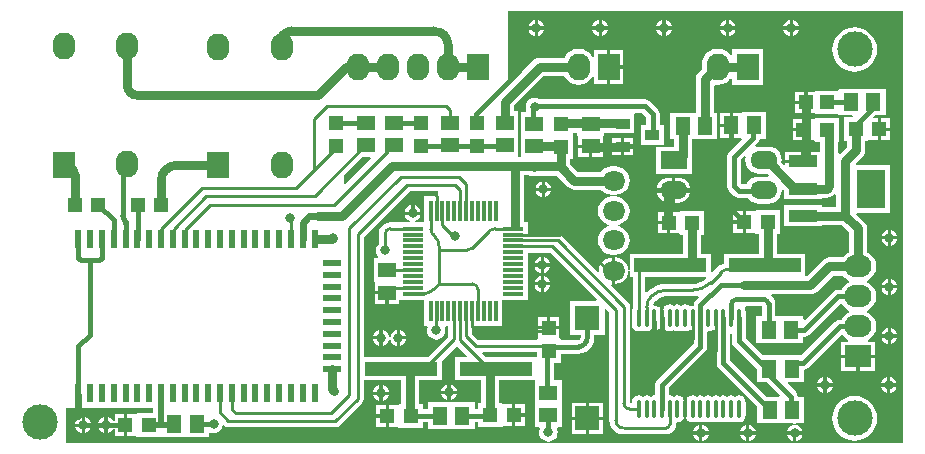
<source format=gtl>
G04 Layer_Physical_Order=1*
G04 Layer_Color=255*
%FSTAX24Y24*%
%MOIN*%
G70*
G01*
G75*
%ADD10C,0.0110*%
%ADD11C,0.0150*%
%ADD12C,0.0110*%
%ADD13C,0.0150*%
%ADD14C,0.0300*%
%ADD15R,0.0512X0.0591*%
%ADD16R,0.0472X0.0335*%
%ADD17R,0.0500X0.0500*%
%ADD18R,0.0500X0.0500*%
%ADD19R,0.0118X0.0669*%
%ADD20R,0.0669X0.0118*%
%ADD21R,0.0945X0.1299*%
%ADD22R,0.0945X0.0394*%
%ADD23O,0.0165X0.0590*%
%ADD24R,0.0591X0.0512*%
%ADD25R,0.0472X0.0472*%
%ADD26R,0.0846X0.0846*%
%ADD27R,0.0787X0.0787*%
%ADD28R,0.2400X0.0472*%
%ADD29R,0.0236X0.0630*%
%ADD30R,0.0630X0.0236*%
%ADD31C,0.0200*%
%ADD32C,0.0236*%
%ADD33O,0.0900X0.0750*%
%ADD34R,0.0900X0.0750*%
%ADD35O,0.0750X0.0900*%
%ADD36R,0.0750X0.0900*%
%ADD37O,0.0900X0.0600*%
%ADD38R,0.0900X0.0600*%
%ADD39O,0.0750X0.0650*%
%ADD40C,0.1181*%
%ADD41C,0.0315*%
G36*
X055458Y031041D02*
X027569D01*
Y032202D01*
X03048D01*
Y032042D01*
X029937D01*
Y03204D01*
X02991Y032002D01*
X029887Y032002D01*
X029605D01*
Y031642D01*
Y031282D01*
X029887D01*
X02991Y031282D01*
X029937Y031243D01*
Y031242D01*
X030723D01*
X030737Y031242D01*
Y031242D01*
X030772Y031246D01*
Y031246D01*
X032331D01*
Y031378D01*
X032373Y031406D01*
X032406Y031392D01*
X032486Y031382D01*
X032566Y031392D01*
X032641Y031423D01*
X032705Y031472D01*
X032754Y031537D01*
X032785Y031611D01*
X032787Y031625D01*
X032804Y031631D01*
X032839Y031637D01*
X032902Y031595D01*
X032982Y031579D01*
X032982Y031579D01*
X036547D01*
X036547Y031579D01*
X036627Y031595D01*
X036695Y031641D01*
X037435Y032381D01*
X037435Y032381D01*
X037481Y032449D01*
X037497Y032529D01*
Y033136D01*
X038731D01*
Y032344D01*
X038662D01*
Y032343D01*
X038635Y032304D01*
X038612Y032304D01*
X03833D01*
Y031944D01*
Y031584D01*
X038612D01*
X038635Y031584D01*
X038662Y031545D01*
Y031544D01*
X039462D01*
Y031733D01*
X039626D01*
Y031517D01*
X041186D01*
Y031733D01*
X041305D01*
Y031582D01*
X042105D01*
Y031583D01*
X042133Y031622D01*
X042155Y031622D01*
X042438D01*
Y031982D01*
Y032342D01*
X042155D01*
X042133Y032342D01*
X042105Y03238D01*
Y032382D01*
X042008D01*
Y033136D01*
X043149D01*
X043199Y033135D01*
X043199Y03311D01*
Y032324D01*
Y031932D01*
X043198Y031928D01*
Y031906D01*
X043199Y031903D01*
Y031576D01*
X043336D01*
X043369Y031525D01*
X043351Y031481D01*
X04334Y031401D01*
X043351Y031321D01*
X043382Y031246D01*
X043431Y031182D01*
X043495Y031132D01*
X04357Y031102D01*
X04365Y031091D01*
X04373Y031102D01*
X043805Y031132D01*
X043869Y031182D01*
X043919Y031246D01*
X04395Y031321D01*
X04396Y031401D01*
X04395Y031481D01*
X043931Y031525D01*
X043965Y031576D01*
X04409D01*
Y032324D01*
Y033135D01*
X043845D01*
Y033707D01*
X044057D01*
Y034022D01*
X04463D01*
Y034021D01*
X044772Y03404D01*
X044904Y034095D01*
X045017Y034182D01*
X045104Y034295D01*
X045159Y034427D01*
X045178Y034569D01*
X045177D01*
Y034638D01*
X045521D01*
Y035505D01*
X045567Y035524D01*
X045684Y035408D01*
Y031802D01*
X045684D01*
X0457Y03168D01*
X045738Y031586D01*
X045739Y031584D01*
X04574Y031582D01*
X045746Y031567D01*
X045756Y031554D01*
X045776Y031529D01*
X045784Y031516D01*
X045787Y031514D01*
X045821Y03147D01*
X045866Y031435D01*
X045868Y031433D01*
X04588Y031424D01*
X045906Y031405D01*
X045918Y031395D01*
X045933Y031389D01*
X045935Y031388D01*
X045938Y031387D01*
X046032Y031348D01*
X046153Y031332D01*
Y031332D01*
X047562D01*
X047579Y031336D01*
X047649Y031345D01*
X047731Y031379D01*
X047801Y031432D01*
X047855Y031502D01*
X047889Y031584D01*
X047898Y031655D01*
X047901Y031672D01*
Y031704D01*
X04794Y031736D01*
X047948Y031734D01*
X048039Y031752D01*
X048112Y031801D01*
X048129Y03179D01*
X048149Y031786D01*
Y031853D01*
X048168Y03188D01*
X048186Y031971D01*
Y032184D01*
Y032396D01*
X048168Y032487D01*
X048149Y032514D01*
Y032582D01*
X048129Y032578D01*
X048112Y032566D01*
X048039Y032615D01*
X047948Y032633D01*
X047858Y032615D01*
X04782Y032591D01*
X047783Y032615D01*
X047692Y032633D01*
X047666Y032655D01*
Y032886D01*
X048878Y034098D01*
X048928Y034172D01*
X048946Y03426D01*
Y034744D01*
X048972Y034766D01*
X049063Y034784D01*
X049136Y034833D01*
X049153Y034822D01*
X049228Y034807D01*
X049255Y034785D01*
Y033711D01*
X049272Y033623D01*
X049322Y033549D01*
X050614Y032256D01*
Y031701D01*
X051791D01*
X051829Y031674D01*
Y031674D01*
D01*
X051831Y031651D01*
X051829Y031651D01*
X051785Y031645D01*
X05172Y031618D01*
X051664Y031575D01*
X051621Y031519D01*
X051594Y031454D01*
X051592Y03144D01*
X052117D01*
X052115Y031454D01*
X052088Y031519D01*
X052045Y031575D01*
X051989Y031618D01*
X051924Y031645D01*
X05188Y031651D01*
X051878Y031651D01*
X051879Y031674D01*
X051918Y031701D01*
X052174D01*
Y032592D01*
X05196D01*
Y032597D01*
X051943Y032685D01*
X051893Y03276D01*
X051621Y033031D01*
X051641Y033078D01*
X052159D01*
Y033483D01*
X052235Y033498D01*
X052309Y033547D01*
X053397Y034635D01*
X053463Y034631D01*
X053519Y034559D01*
X053629Y034474D01*
X053644Y034468D01*
X053634Y034418D01*
X053408D01*
Y033988D01*
X053968D01*
X054528D01*
Y034418D01*
X054303D01*
X054293Y034468D01*
X054308Y034474D01*
X054418Y034559D01*
X054502Y034668D01*
X054555Y034796D01*
X054573Y034933D01*
X054555Y03507D01*
X054502Y035198D01*
X054418Y035307D01*
X054308Y035392D01*
X054268Y035408D01*
Y035458D01*
X054308Y035474D01*
X054418Y035559D01*
X054502Y035668D01*
X054555Y035796D01*
X054573Y035933D01*
X054555Y03607D01*
X054502Y036198D01*
X054418Y036307D01*
X054308Y036392D01*
X054268Y036408D01*
Y036458D01*
X054308Y036474D01*
X054418Y036559D01*
X054502Y036668D01*
X054555Y036796D01*
X054573Y036933D01*
X054555Y03707D01*
X054502Y037198D01*
X054418Y037307D01*
X054308Y037392D01*
X054271Y037407D01*
Y038199D01*
X054261Y038277D01*
X05423Y03835D01*
X054182Y038413D01*
X053914Y03868D01*
X053933Y038727D01*
X055039D01*
Y040326D01*
X053917D01*
X053898Y040372D01*
X054109Y040584D01*
X054157Y040646D01*
X054188Y040719D01*
X054198Y040798D01*
Y041106D01*
X05429D01*
Y041107D01*
X054318Y041146D01*
X054623D01*
Y041506D01*
Y041866D01*
X054501D01*
X054482Y041912D01*
X054537Y041967D01*
X054891D01*
Y042857D01*
X053331D01*
Y042833D01*
X053317Y042789D01*
X052545D01*
Y042749D01*
X052286D01*
Y042402D01*
Y042056D01*
X052545D01*
Y042016D01*
X053317D01*
X053331Y041972D01*
Y041967D01*
X053774D01*
X053801Y041917D01*
X053794Y041906D01*
X05349D01*
Y041106D01*
X053593D01*
Y040923D01*
X053364Y040694D01*
X053314Y040715D01*
Y041097D01*
X053336D01*
Y041897D01*
X052536D01*
Y041896D01*
X052509Y041857D01*
X052486Y041857D01*
X052204D01*
Y041497D01*
Y041137D01*
X052486D01*
X052509Y041137D01*
X052536Y041099D01*
Y041097D01*
X052709D01*
Y040739D01*
X052188D01*
Y040432D01*
X052133D01*
Y040377D01*
X05155D01*
Y040337D01*
X051504Y040318D01*
X051416Y040406D01*
X051425Y040477D01*
X05141Y040594D01*
X051364Y040704D01*
X051292Y040798D01*
X051198Y04087D01*
X051089Y040915D01*
X050971Y04093D01*
X050671D01*
X050572Y040917D01*
X050549Y040965D01*
X050623Y041039D01*
X050673Y041114D01*
X050687Y041185D01*
X050902D01*
Y042076D01*
X05009D01*
Y042036D01*
X049803D01*
Y041631D01*
Y041225D01*
X050066D01*
X05009Y041185D01*
X050073Y041138D01*
X049674Y040739D01*
X049625Y040665D01*
X049607Y040577D01*
Y039613D01*
X049625Y039525D01*
X049674Y039451D01*
X04983Y039296D01*
X049904Y039246D01*
X049992Y039229D01*
X050294D01*
X05035Y039156D01*
X050444Y039083D01*
X050554Y039038D01*
X050671Y039023D01*
X050971D01*
X051089Y039038D01*
X051198Y039083D01*
X051292Y039156D01*
X051364Y03925D01*
X05141Y039359D01*
X051424Y039471D01*
X051452Y03949D01*
X051469Y039498D01*
X05151Y039456D01*
Y039179D01*
X052755D01*
Y039224D01*
X052936D01*
X053014Y039234D01*
X053087Y039264D01*
X053149Y039312D01*
X053181Y039344D01*
X053231Y039323D01*
Y038923D01*
X052755D01*
Y038968D01*
X05151D01*
Y038274D01*
X052755D01*
Y038318D01*
X053421D01*
X053666Y038073D01*
Y037407D01*
X053629Y037392D01*
X053519Y037307D01*
X053464Y037236D01*
X053007D01*
X052929Y037225D01*
X052856Y037195D01*
X052793Y037147D01*
X052261Y036615D01*
X052211Y036618D01*
Y037357D01*
X051268D01*
Y038017D01*
X051366D01*
Y038817D01*
X050566D01*
Y038816D01*
X050538Y038777D01*
X050516Y038777D01*
X050233D01*
Y038417D01*
Y038057D01*
X050516D01*
X050538Y038057D01*
X050566Y038019D01*
Y038017D01*
X050663D01*
Y037357D01*
X049511D01*
Y03703D01*
X049502Y037029D01*
X049362Y03697D01*
X049241Y036878D01*
X049241Y036878D01*
X049207Y036842D01*
X049108Y036743D01*
X049061Y036762D01*
Y037357D01*
X048748D01*
Y037993D01*
X048845D01*
Y038793D01*
X048045D01*
Y038792D01*
X048018Y038753D01*
X047995Y038753D01*
X047713D01*
Y038393D01*
Y038033D01*
X047995D01*
X048018Y038033D01*
X048045Y037994D01*
Y037993D01*
X048143D01*
Y037357D01*
X046361D01*
Y036812D01*
X046311Y036809D01*
X046298Y036908D01*
X046254Y037014D01*
X046185Y037105D01*
X046094Y037175D01*
X045988Y037219D01*
X045879Y037233D01*
Y036795D01*
Y036357D01*
X045988Y036371D01*
X046094Y036415D01*
X046185Y036485D01*
X046254Y036575D01*
X046298Y036681D01*
X046311Y036781D01*
X046361Y036777D01*
Y036585D01*
X046464D01*
Y03554D01*
X046449Y035519D01*
X046431Y035428D01*
Y035003D01*
X046449Y034912D01*
X046501Y034835D01*
X046578Y034784D01*
X046669Y034766D01*
X046759Y034784D01*
X046797Y034809D01*
X046834Y034784D01*
X046925Y034766D01*
X047015Y034784D01*
X047089Y034833D01*
X047105Y034822D01*
X047126Y034818D01*
Y034885D01*
X047144Y034912D01*
X047162Y035003D01*
Y035216D01*
X047235D01*
Y034818D01*
X047256Y034822D01*
X047309Y034857D01*
X047361Y034822D01*
X047382Y034818D01*
Y035216D01*
Y035614D01*
X047361Y03561D01*
X047309Y035574D01*
X047256Y03561D01*
X047181Y035624D01*
X047179Y035624D01*
X047149Y035669D01*
X047172Y035725D01*
X047217Y035783D01*
X047221Y035786D01*
X047221Y035786D01*
X047221Y035786D01*
X047221Y035787D01*
X047222Y035787D01*
X047227Y035795D01*
X047325Y03587D01*
X047448Y035921D01*
X04757Y035937D01*
X04758Y035935D01*
X048452D01*
X048458Y035936D01*
X048618Y035949D01*
X048637Y035953D01*
X048662Y03591D01*
X048554Y035802D01*
X048504Y035728D01*
X048487Y03564D01*
X048466Y035623D01*
X04846Y035624D01*
X048385Y03561D01*
X048368Y035598D01*
X048295Y035647D01*
X048204Y035665D01*
X048114Y035647D01*
X048076Y035622D01*
X048039Y035647D01*
X047948Y035665D01*
X047858Y035647D01*
X04782Y035622D01*
X047783Y035647D01*
X047692Y035665D01*
X047602Y035647D01*
X047528Y035598D01*
X047512Y03561D01*
X047491Y035614D01*
Y035546D01*
X047473Y035519D01*
X047455Y035428D01*
Y035216D01*
Y035003D01*
X047473Y034912D01*
X047491Y034885D01*
Y034818D01*
X047512Y034822D01*
X047528Y034833D01*
X047602Y034784D01*
X047692Y034766D01*
X047783Y034784D01*
X04782Y034809D01*
X047858Y034784D01*
X047948Y034766D01*
X048039Y034784D01*
X048076Y034809D01*
X048114Y034784D01*
X048204Y034766D01*
X048295Y034784D01*
X048368Y034833D01*
X048385Y034822D01*
X04846Y034807D01*
X048487Y034785D01*
Y034355D01*
X047274Y033143D01*
X047225Y033068D01*
X047207Y032981D01*
Y032655D01*
X047181Y032633D01*
X04709Y032615D01*
X047053Y032591D01*
X047015Y032615D01*
X046925Y032633D01*
X046834Y032615D01*
X046797Y032591D01*
X046759Y032615D01*
X046669Y032633D01*
X046578Y032615D01*
X046501Y032564D01*
X046449Y032487D01*
X046431Y032396D01*
Y032393D01*
X046371D01*
Y035594D01*
X046355Y035674D01*
X046309Y035741D01*
X045738Y036313D01*
X04576Y036358D01*
X045769Y036357D01*
Y036795D01*
Y037233D01*
X045661Y037219D01*
X045555Y037175D01*
X045464Y037105D01*
X045395Y037014D01*
X045351Y036908D01*
X045336Y036795D01*
X045338Y03678D01*
X045293Y036758D01*
X044103Y037948D01*
X044035Y037993D01*
X043955Y038009D01*
X043955Y038009D01*
X042959D01*
Y038403D01*
X042831D01*
Y039973D01*
X042964D01*
X042968Y039972D01*
X043046Y039961D01*
X043121D01*
X043154Y039957D01*
X043187Y039961D01*
X043909D01*
X04429Y039581D01*
X044353Y039533D01*
X044426Y039502D01*
X044504Y039492D01*
X044504Y039492D01*
X045408D01*
X045436Y039456D01*
X045535Y03938D01*
X04565Y039332D01*
X045774Y039316D01*
X045874D01*
X045998Y039332D01*
X046114Y03938D01*
X046213Y039456D01*
X046289Y039555D01*
X046337Y039671D01*
X046354Y039795D01*
X046337Y039919D01*
X046289Y040034D01*
X046213Y040134D01*
X046114Y04021D01*
X045998Y040258D01*
X045874Y040274D01*
X045774D01*
X04565Y040258D01*
X045535Y04021D01*
X045436Y040134D01*
X045408Y040097D01*
X044629D01*
X044378Y040349D01*
Y040508D01*
X044475D01*
Y041295D01*
Y041397D01*
X044607D01*
Y041283D01*
X044647D01*
Y040996D01*
X045052D01*
X045458D01*
Y041283D01*
X045498D01*
Y041397D01*
X045741D01*
Y041369D01*
X046514D01*
Y042003D01*
X046537Y042044D01*
X046764D01*
X046905Y041903D01*
Y041631D01*
X046723D01*
Y040997D01*
X047496D01*
Y041631D01*
X047364D01*
Y041998D01*
X047346Y042086D01*
X047296Y04216D01*
X047021Y042435D01*
X046947Y042485D01*
X046859Y042503D01*
X043366D01*
X043353Y042513D01*
X043278Y042544D01*
X043198Y042554D01*
X043117Y042544D01*
X043043Y042513D01*
X042978Y042464D01*
X042929Y042399D01*
X042898Y042325D01*
X042888Y042244D01*
X042898Y042164D01*
X0429Y042159D01*
Y042095D01*
X042733D01*
Y041283D01*
Y040579D01*
X042647D01*
Y041316D01*
Y042128D01*
X042495D01*
Y042299D01*
X043477Y043282D01*
X044179D01*
X044194Y043245D01*
X044278Y043135D01*
X044388Y043051D01*
X044516Y042998D01*
X044653Y04298D01*
X04479Y042998D01*
X044917Y043051D01*
X045027Y043135D01*
X045111Y043245D01*
X045118Y04326D01*
X045168Y04325D01*
Y043025D01*
X045598D01*
Y043585D01*
Y044145D01*
X045168D01*
Y043919D01*
X045118Y043909D01*
X045111Y043924D01*
X045027Y044034D01*
X044917Y044118D01*
X04479Y044171D01*
X044653Y044189D01*
X044516Y044171D01*
X044388Y044118D01*
X044278Y044034D01*
X044194Y043924D01*
X044179Y043887D01*
X043352D01*
X043274Y043877D01*
X043201Y043847D01*
X043138Y043799D01*
X042341Y043002D01*
X042295Y043021D01*
Y045448D01*
X055458D01*
Y031041D01*
D02*
G37*
G36*
X05023Y040576D02*
X050217Y040477D01*
X050233Y040359D01*
X050278Y04025D01*
X05035Y040156D01*
X050444Y040083D01*
X050554Y040038D01*
X050671Y040023D01*
X050944D01*
X050993Y039974D01*
X050981Y039951D01*
X050965Y03993D01*
X050671D01*
X050554Y039915D01*
X050444Y03987D01*
X05035Y039798D01*
X050278Y039704D01*
X050272Y039688D01*
X050087D01*
X050066Y039708D01*
Y040482D01*
X050183Y040599D01*
X05023Y040576D01*
D02*
G37*
G36*
X037734Y040522D02*
X036878Y039666D01*
X036832Y039685D01*
Y039954D01*
X037446Y040568D01*
X037715D01*
X037734Y040522D01*
D02*
G37*
G36*
X039966Y039264D02*
X039514D01*
Y038403D01*
X039223D01*
X039213Y038453D01*
X039254Y03847D01*
X03931Y038513D01*
X039353Y038569D01*
X03938Y038634D01*
X039382Y038648D01*
X038856D01*
X038858Y038634D01*
X038885Y038569D01*
X038928Y038513D01*
X038984Y03847D01*
X039025Y038453D01*
X039015Y038403D01*
X038653D01*
Y038403D01*
X038381D01*
X03837Y0384D01*
X038282Y038389D01*
X03819Y038351D01*
X038112Y03829D01*
X038051Y038212D01*
X038013Y03812D01*
X038002Y038032D01*
X037999Y038021D01*
Y037702D01*
X037989Y037694D01*
X03794Y03763D01*
X037909Y037555D01*
X037898Y037475D01*
X037909Y037394D01*
X03794Y03732D01*
X037984Y037262D01*
X037971Y037212D01*
X037826D01*
Y036401D01*
X037866D01*
Y036114D01*
X038271D01*
Y036059D01*
X038326D01*
Y035693D01*
X038676D01*
Y035819D01*
X039514D01*
Y034958D01*
X039586D01*
X039619Y034908D01*
X039609Y034883D01*
X039598Y034803D01*
X039609Y034722D01*
X03964Y034648D01*
X039689Y034583D01*
X039753Y034534D01*
X039828Y034503D01*
X039908Y034493D01*
X039989Y034503D01*
X040063Y034534D01*
X040128Y034583D01*
X040177Y034648D01*
X040208Y034722D01*
X040218Y034803D01*
X040208Y034883D01*
X040198Y034908D01*
X040231Y034958D01*
X040306D01*
Y034594D01*
X03962Y033909D01*
X037497D01*
Y037923D01*
X039025Y039452D01*
X039966D01*
Y039264D01*
D02*
G37*
G36*
X048888Y036583D02*
X048902Y036536D01*
X048901Y036535D01*
X04881Y036459D01*
X048698Y0364D01*
X048578Y036363D01*
X048459Y036352D01*
X048452Y036353D01*
X04758D01*
Y036353D01*
X0474Y036336D01*
X047226Y036283D01*
X047066Y036197D01*
X046963Y036113D01*
X046932Y036088D01*
X046905Y036093D01*
X046882Y036107D01*
Y036585D01*
X048888D01*
X048888Y036583D01*
D02*
G37*
G36*
X053519Y036559D02*
X053629Y036474D01*
X053668Y036458D01*
Y036408D01*
X053629Y036392D01*
X053519Y036307D01*
X053435Y036198D01*
X05342Y036162D01*
X053295D01*
X053207Y036145D01*
X053132Y036095D01*
X052187Y035149D01*
X05214Y035169D01*
Y035264D01*
X051216D01*
Y035668D01*
X051213Y035684D01*
X051202Y035769D01*
X051162Y035864D01*
X0511Y035945D01*
X051083Y035958D01*
X0511Y036008D01*
X052385D01*
X052463Y036018D01*
X052536Y036049D01*
X052599Y036097D01*
X053132Y03663D01*
X053464D01*
X053519Y036559D01*
D02*
G37*
G36*
X045261Y035831D02*
X045242Y035785D01*
X044375D01*
Y034638D01*
X044719D01*
Y034569D01*
X044719Y034566D01*
X044713Y034535D01*
X044693Y034506D01*
X044664Y034486D01*
X044633Y03448D01*
X04463Y03448D01*
X044057D01*
Y034507D01*
X044055D01*
X044017Y034534D01*
X044016Y034557D01*
Y034839D01*
X043657D01*
X043296D01*
Y034557D01*
X043296Y034534D01*
X043258Y034507D01*
X043257D01*
Y034492D01*
X041316D01*
X041111Y034697D01*
Y034958D01*
X042098D01*
Y035819D01*
X042959D01*
Y036016D01*
Y03641D01*
Y036803D01*
Y037222D01*
Y037394D01*
X043698D01*
X045261Y035831D01*
D02*
G37*
G36*
X05343Y03568D02*
X053435Y035668D01*
X053519Y035559D01*
X053629Y035474D01*
X053668Y035458D01*
Y035408D01*
X053629Y035392D01*
X053519Y035307D01*
X053435Y035198D01*
X05342Y035162D01*
X05337D01*
X053283Y035145D01*
X053208Y035095D01*
X052081Y033968D01*
X050789D01*
X050225Y034532D01*
Y034964D01*
X050233Y035003D01*
Y035428D01*
X050215Y035519D01*
X050193Y035552D01*
X05022Y035602D01*
X050757D01*
Y035264D01*
X050581D01*
Y034374D01*
X05214D01*
Y03459D01*
X052181D01*
X052268Y034607D01*
X052343Y034657D01*
X053374Y035688D01*
X05343Y03568D01*
D02*
G37*
G36*
X043257Y033951D02*
X043238Y033909D01*
X041563D01*
X041444Y034028D01*
X041463Y034074D01*
X043257D01*
Y033951D01*
D02*
G37*
G36*
X049766Y034696D02*
Y034437D01*
X049784Y034349D01*
X049833Y034275D01*
X050599Y033509D01*
Y033078D01*
X050926D01*
X051366Y032638D01*
X051347Y032592D01*
X050928D01*
X049713Y033806D01*
Y034696D01*
X04974Y034711D01*
X049766Y034696D01*
D02*
G37*
G36*
X040926Y033955D02*
X040906Y033909D01*
X040538D01*
Y033136D01*
X041403D01*
Y032382D01*
X041305D01*
Y032192D01*
X041186D01*
Y032408D01*
X039626D01*
Y032192D01*
X039462D01*
Y032344D01*
X039337D01*
Y033136D01*
X040089D01*
Y033786D01*
X040592Y034289D01*
X040926Y033955D01*
D02*
G37*
%LPC*%
G36*
X051801Y045144D02*
Y044936D01*
X052008D01*
X052006Y044951D01*
X051979Y045016D01*
X051937Y045072D01*
X051881Y045115D01*
X051816Y045142D01*
X051801Y045144D01*
D02*
G37*
G36*
X051691D02*
X051676Y045142D01*
X051611Y045115D01*
X051555Y045072D01*
X051512Y045016D01*
X051485Y044951D01*
X051483Y044936D01*
X051691D01*
Y045144D01*
D02*
G37*
G36*
X049677D02*
Y044936D01*
X049884D01*
X049882Y044951D01*
X049855Y045016D01*
X049813Y045072D01*
X049757Y045115D01*
X049692Y045142D01*
X049677Y045144D01*
D02*
G37*
G36*
X049567D02*
X049552Y045142D01*
X049487Y045115D01*
X049431Y045072D01*
X049388Y045016D01*
X049361Y044951D01*
X049359Y044936D01*
X049567D01*
Y045144D01*
D02*
G37*
G36*
X047553D02*
Y044936D01*
X04776D01*
X047759Y044951D01*
X047732Y045016D01*
X047689Y045072D01*
X047633Y045115D01*
X047568Y045142D01*
X047553Y045144D01*
D02*
G37*
G36*
X047443D02*
X047428Y045142D01*
X047363Y045115D01*
X047307Y045072D01*
X047264Y045016D01*
X047237Y044951D01*
X047235Y044936D01*
X047443D01*
Y045144D01*
D02*
G37*
G36*
X045429D02*
Y044936D01*
X045637D01*
X045635Y044951D01*
X045608Y045016D01*
X045565Y045072D01*
X045509Y045115D01*
X045444Y045142D01*
X045429Y045144D01*
D02*
G37*
G36*
X045319D02*
X045304Y045142D01*
X045239Y045115D01*
X045183Y045072D01*
X04514Y045016D01*
X045113Y044951D01*
X045111Y044936D01*
X045319D01*
Y045144D01*
D02*
G37*
G36*
X043305D02*
Y044936D01*
X043513D01*
X043511Y044951D01*
X043484Y045016D01*
X043441Y045072D01*
X043385Y045115D01*
X04332Y045142D01*
X043305Y045144D01*
D02*
G37*
G36*
X043195D02*
X04318Y045142D01*
X043115Y045115D01*
X043059Y045072D01*
X043016Y045016D01*
X042989Y044951D01*
X042988Y044936D01*
X043195D01*
Y045144D01*
D02*
G37*
G36*
X052008Y044826D02*
X051801D01*
Y044618D01*
X051816Y04462D01*
X051881Y044647D01*
X051937Y04469D01*
X051979Y044746D01*
X052006Y044811D01*
X052008Y044826D01*
D02*
G37*
G36*
X051691D02*
X051483D01*
X051485Y044811D01*
X051512Y044746D01*
X051555Y04469D01*
X051611Y044647D01*
X051676Y04462D01*
X051691Y044618D01*
Y044826D01*
D02*
G37*
G36*
X049884D02*
X049677D01*
Y044618D01*
X049692Y04462D01*
X049757Y044647D01*
X049813Y04469D01*
X049855Y044746D01*
X049882Y044811D01*
X049884Y044826D01*
D02*
G37*
G36*
X049567D02*
X049359D01*
X049361Y044811D01*
X049388Y044746D01*
X049431Y04469D01*
X049487Y044647D01*
X049552Y04462D01*
X049567Y044618D01*
Y044826D01*
D02*
G37*
G36*
X04776D02*
X047553D01*
Y044618D01*
X047568Y04462D01*
X047633Y044647D01*
X047689Y04469D01*
X047732Y044746D01*
X047759Y044811D01*
X04776Y044826D01*
D02*
G37*
G36*
X047443D02*
X047235D01*
X047237Y044811D01*
X047264Y044746D01*
X047307Y04469D01*
X047363Y044647D01*
X047428Y04462D01*
X047443Y044618D01*
Y044826D01*
D02*
G37*
G36*
X045637D02*
X045429D01*
Y044618D01*
X045444Y04462D01*
X045509Y044647D01*
X045565Y04469D01*
X045608Y044746D01*
X045635Y044811D01*
X045637Y044826D01*
D02*
G37*
G36*
X045319D02*
X045111D01*
X045113Y044811D01*
X04514Y044746D01*
X045183Y04469D01*
X045239Y044647D01*
X045304Y04462D01*
X045319Y044618D01*
Y044826D01*
D02*
G37*
G36*
X043513D02*
X043305D01*
Y044618D01*
X04332Y04462D01*
X043385Y044647D01*
X043441Y04469D01*
X043484Y044746D01*
X043511Y044811D01*
X043513Y044826D01*
D02*
G37*
G36*
X043195D02*
X042988D01*
X042989Y044811D01*
X043016Y044746D01*
X043059Y04469D01*
X043115Y044647D01*
X04318Y04462D01*
X043195Y044618D01*
Y044826D01*
D02*
G37*
G36*
X046138Y044145D02*
X045708D01*
Y04364D01*
X046138D01*
Y044145D01*
D02*
G37*
G36*
X053857Y04491D02*
X053712Y044895D01*
X053572Y044853D01*
X053444Y044784D01*
X053331Y044692D01*
X053238Y044579D01*
X05317Y04445D01*
X053127Y044311D01*
X053113Y044166D01*
X053127Y04402D01*
X05317Y043881D01*
X053238Y043752D01*
X053331Y043639D01*
X053444Y043547D01*
X053572Y043478D01*
X053712Y043436D01*
X053857Y043422D01*
X054002Y043436D01*
X054142Y043478D01*
X054271Y043547D01*
X054383Y043639D01*
X054476Y043752D01*
X054545Y043881D01*
X054587Y04402D01*
X054601Y044166D01*
X054587Y044311D01*
X054545Y04445D01*
X054476Y044579D01*
X054383Y044692D01*
X054271Y044784D01*
X054142Y044853D01*
X054002Y044895D01*
X053857Y04491D01*
D02*
G37*
G36*
X046138Y04353D02*
X045708D01*
Y043025D01*
X046138D01*
Y04353D01*
D02*
G37*
G36*
X049288Y044189D02*
X04915Y044171D01*
X049023Y044118D01*
X048913Y044034D01*
X048829Y043924D01*
X048776Y043797D01*
X048758Y04366D01*
Y04351D01*
X048759Y043505D01*
X048657Y043404D01*
X048609Y043341D01*
X048579Y043268D01*
X048569Y04319D01*
Y042055D01*
X047718D01*
Y041164D01*
X047821D01*
Y040927D01*
X047221D01*
Y040027D01*
X048421D01*
Y040593D01*
X048426Y040628D01*
Y041164D01*
X049277D01*
Y042055D01*
X049174D01*
Y042957D01*
X049212Y04299D01*
X049288Y04298D01*
X049425Y042998D01*
X049552Y043051D01*
X049662Y043135D01*
X049713Y043201D01*
X049763Y043184D01*
Y042985D01*
X050813D01*
Y044185D01*
X049763D01*
Y043985D01*
X049713Y043968D01*
X049662Y044034D01*
X049552Y044118D01*
X049425Y044171D01*
X049288Y044189D01*
D02*
G37*
G36*
X052176Y042749D02*
X051885D01*
Y042457D01*
X052176D01*
Y042749D01*
D02*
G37*
G36*
Y042347D02*
X051885D01*
Y042056D01*
X052176D01*
Y042347D01*
D02*
G37*
G36*
X049693Y042036D02*
X049382D01*
Y041686D01*
X049693D01*
Y042036D01*
D02*
G37*
G36*
X055038Y041866D02*
X054733D01*
Y041561D01*
X055038D01*
Y041866D01*
D02*
G37*
G36*
X052094Y041857D02*
X051789D01*
Y041552D01*
X052094D01*
Y041857D01*
D02*
G37*
G36*
X049693Y041576D02*
X049382D01*
Y041225D01*
X049693D01*
Y041576D01*
D02*
G37*
G36*
X055038Y041451D02*
X054733D01*
Y041146D01*
X055038D01*
Y041451D01*
D02*
G37*
G36*
X052094Y041442D02*
X051789D01*
Y041137D01*
X052094D01*
Y041442D01*
D02*
G37*
G36*
X046471Y041205D02*
X04618D01*
Y040983D01*
X046471D01*
Y041205D01*
D02*
G37*
G36*
X04607D02*
X045779D01*
Y040983D01*
X04607D01*
Y041205D01*
D02*
G37*
G36*
X046471Y040873D02*
X04618D01*
Y040651D01*
X046471D01*
Y040873D01*
D02*
G37*
G36*
X04607D02*
X045779D01*
Y040651D01*
X04607D01*
Y040873D01*
D02*
G37*
G36*
X045458Y040886D02*
X045107D01*
Y040575D01*
X045458D01*
Y040886D01*
D02*
G37*
G36*
X044997D02*
X044647D01*
Y040575D01*
X044997D01*
Y040886D01*
D02*
G37*
G36*
X052078Y040739D02*
X05155D01*
Y040487D01*
X052078D01*
Y040739D01*
D02*
G37*
G36*
X043534Y039765D02*
Y039558D01*
X043742D01*
X04374Y039572D01*
X043713Y039638D01*
X04367Y039693D01*
X043614Y039736D01*
X043549Y039763D01*
X043534Y039765D01*
D02*
G37*
G36*
X043424D02*
X043409Y039763D01*
X043344Y039736D01*
X043288Y039693D01*
X043246Y039638D01*
X043219Y039572D01*
X043217Y039558D01*
X043424D01*
Y039765D01*
D02*
G37*
G36*
X047971Y03989D02*
X047876D01*
Y039532D01*
X048378D01*
X048371Y039584D01*
X048329Y039683D01*
X048264Y039769D01*
X048178Y039835D01*
X048078Y039876D01*
X047971Y03989D01*
D02*
G37*
G36*
X047766D02*
X047671D01*
X047564Y039876D01*
X047465Y039835D01*
X047379Y039769D01*
X047313Y039683D01*
X047272Y039584D01*
X047265Y039532D01*
X047766D01*
Y03989D01*
D02*
G37*
G36*
X043742Y039448D02*
X043534D01*
Y03924D01*
X043549Y039242D01*
X043614Y039269D01*
X04367Y039312D01*
X043713Y039368D01*
X04374Y039433D01*
X043742Y039448D01*
D02*
G37*
G36*
X043424D02*
X043217D01*
X043219Y039433D01*
X043246Y039368D01*
X043288Y039312D01*
X043344Y039269D01*
X043409Y039242D01*
X043424Y03924D01*
Y039448D01*
D02*
G37*
G36*
X048378Y039422D02*
X047876D01*
Y039063D01*
X047971D01*
X048078Y039077D01*
X048178Y039118D01*
X048264Y039184D01*
X048329Y03927D01*
X048371Y03937D01*
X048378Y039422D01*
D02*
G37*
G36*
X047766D02*
X047265D01*
X047272Y03937D01*
X047313Y03927D01*
X047379Y039184D01*
X047465Y039118D01*
X047564Y039077D01*
X047671Y039063D01*
X047766D01*
Y039422D01*
D02*
G37*
G36*
X050123Y038777D02*
X049818D01*
Y038472D01*
X050123D01*
Y038777D01*
D02*
G37*
G36*
X047603Y038753D02*
X047298D01*
Y038448D01*
X047603D01*
Y038753D01*
D02*
G37*
G36*
X050123Y038362D02*
X049818D01*
Y038057D01*
X050123D01*
Y038362D01*
D02*
G37*
G36*
X047603Y038338D02*
X047298D01*
Y038033D01*
X047603D01*
Y038338D01*
D02*
G37*
G36*
X05507Y038152D02*
Y037944D01*
X055278D01*
X055276Y037959D01*
X055249Y038024D01*
X055206Y03808D01*
X05515Y038123D01*
X055085Y03815D01*
X05507Y038152D01*
D02*
G37*
G36*
X05496D02*
X054945Y03815D01*
X05488Y038123D01*
X054824Y03808D01*
X054781Y038024D01*
X054754Y037959D01*
X054752Y037944D01*
X05496D01*
Y038152D01*
D02*
G37*
G36*
X055278Y037834D02*
X05507D01*
Y037627D01*
X055085Y037629D01*
X05515Y037656D01*
X055206Y037698D01*
X055249Y037754D01*
X055276Y037819D01*
X055278Y037834D01*
D02*
G37*
G36*
X05496D02*
X054752D01*
X054754Y037819D01*
X054781Y037754D01*
X054824Y037698D01*
X05488Y037656D01*
X054945Y037629D01*
X05496Y037627D01*
Y037834D01*
D02*
G37*
G36*
X045874Y039264D02*
X045774D01*
X04565Y039248D01*
X045535Y0392D01*
X045436Y039124D01*
X04536Y039024D01*
X045312Y038909D01*
X045295Y038785D01*
X045312Y038661D01*
X04536Y038545D01*
X045436Y038446D01*
X045535Y03837D01*
X04565Y038322D01*
X045666Y03832D01*
Y03827D01*
X04565Y038268D01*
X045535Y03822D01*
X045436Y038144D01*
X04536Y038044D01*
X045312Y037929D01*
X045295Y037805D01*
X045312Y037681D01*
X04536Y037565D01*
X045436Y037466D01*
X045535Y03739D01*
X04565Y037342D01*
X045774Y037326D01*
X045874D01*
X045998Y037342D01*
X046114Y03739D01*
X046213Y037466D01*
X046289Y037565D01*
X046337Y037681D01*
X046354Y037805D01*
X046337Y037929D01*
X046289Y038044D01*
X046213Y038144D01*
X046114Y03822D01*
X045998Y038268D01*
X045983Y03827D01*
Y03832D01*
X045998Y038322D01*
X046114Y03837D01*
X046213Y038446D01*
X046289Y038545D01*
X046337Y038661D01*
X046354Y038785D01*
X046337Y038909D01*
X046289Y039024D01*
X046213Y039124D01*
X046114Y0392D01*
X045998Y039248D01*
X045874Y039264D01*
D02*
G37*
G36*
X05507Y036516D02*
Y036309D01*
X055278D01*
X055276Y036324D01*
X055249Y036389D01*
X055206Y036444D01*
X05515Y036487D01*
X055085Y036514D01*
X05507Y036516D01*
D02*
G37*
G36*
X05496D02*
X054945Y036514D01*
X05488Y036487D01*
X054824Y036444D01*
X054781Y036389D01*
X054754Y036324D01*
X054752Y036309D01*
X05496D01*
Y036516D01*
D02*
G37*
G36*
X055278Y036199D02*
X05507D01*
Y035991D01*
X055085Y035993D01*
X05515Y03602D01*
X055206Y036063D01*
X055249Y036119D01*
X055276Y036184D01*
X055278Y036199D01*
D02*
G37*
G36*
X05496D02*
X054752D01*
X054754Y036184D01*
X054781Y036119D01*
X054824Y036063D01*
X05488Y03602D01*
X054945Y035993D01*
X05496Y035991D01*
Y036199D01*
D02*
G37*
G36*
X05507Y034881D02*
Y034673D01*
X055278D01*
X055276Y034688D01*
X055249Y034753D01*
X055206Y034809D01*
X05515Y034852D01*
X055085Y034879D01*
X05507Y034881D01*
D02*
G37*
G36*
X05496D02*
X054945Y034879D01*
X05488Y034852D01*
X054824Y034809D01*
X054781Y034753D01*
X054754Y034688D01*
X054752Y034673D01*
X05496D01*
Y034881D01*
D02*
G37*
G36*
X055278Y034563D02*
X05507D01*
Y034356D01*
X055085Y034358D01*
X05515Y034384D01*
X055206Y034427D01*
X055249Y034483D01*
X055276Y034548D01*
X055278Y034563D01*
D02*
G37*
G36*
X05496D02*
X054752D01*
X054754Y034548D01*
X054781Y034483D01*
X054824Y034427D01*
X05488Y034384D01*
X054945Y034358D01*
X05496Y034356D01*
Y034563D01*
D02*
G37*
G36*
X054528Y033878D02*
X054023D01*
Y033448D01*
X054528D01*
Y033878D01*
D02*
G37*
G36*
X053913D02*
X053408D01*
Y033448D01*
X053913D01*
Y033878D01*
D02*
G37*
G36*
X052922Y033247D02*
Y033039D01*
X05313D01*
X053128Y033054D01*
X053101Y033119D01*
X053058Y033175D01*
X053002Y033218D01*
X052937Y033245D01*
X052922Y033247D01*
D02*
G37*
G36*
X052812D02*
X052798Y033245D01*
X052733Y033218D01*
X052677Y033175D01*
X052634Y033119D01*
X052607Y033054D01*
X052605Y033039D01*
X052812D01*
Y033247D01*
D02*
G37*
G36*
X055045Y033245D02*
Y033038D01*
X055253D01*
X055251Y033052D01*
X055224Y033117D01*
X055181Y033173D01*
X055125Y033216D01*
X05506Y033243D01*
X055045Y033245D01*
D02*
G37*
G36*
X054935D02*
X05492Y033243D01*
X054855Y033216D01*
X054799Y033173D01*
X054757Y033117D01*
X05473Y033052D01*
X054728Y033038D01*
X054935D01*
Y033245D01*
D02*
G37*
G36*
X038121Y03297D02*
Y032762D01*
X038328D01*
X038326Y032777D01*
X038299Y032842D01*
X038257Y032898D01*
X038201Y032941D01*
X038136Y032968D01*
X038121Y03297D01*
D02*
G37*
G36*
X038011D02*
X037996Y032968D01*
X037931Y032941D01*
X037875Y032898D01*
X037832Y032842D01*
X037805Y032777D01*
X037803Y032762D01*
X038011D01*
Y03297D01*
D02*
G37*
G36*
X05313Y032929D02*
X052922D01*
Y032722D01*
X052937Y032724D01*
X053002Y03275D01*
X053058Y032793D01*
X053101Y032849D01*
X053128Y032914D01*
X05313Y032929D01*
D02*
G37*
G36*
X052812D02*
X052605D01*
X052607Y032914D01*
X052634Y032849D01*
X052677Y032793D01*
X052733Y03275D01*
X052798Y032724D01*
X052812Y032722D01*
Y032929D01*
D02*
G37*
G36*
X055253Y032928D02*
X055045D01*
Y03272D01*
X05506Y032722D01*
X055125Y032749D01*
X055181Y032792D01*
X055224Y032848D01*
X055251Y032913D01*
X055253Y032928D01*
D02*
G37*
G36*
X054935D02*
X054728D01*
X05473Y032913D01*
X054757Y032848D01*
X054799Y032792D01*
X054855Y032749D01*
X05492Y032722D01*
X054935Y03272D01*
Y032928D01*
D02*
G37*
G36*
X049996Y032633D02*
X049905Y032615D01*
X049868Y032591D01*
X049831Y032615D01*
X04974Y032633D01*
X049649Y032615D01*
X049612Y032591D01*
X049575Y032615D01*
X049484Y032633D01*
X049393Y032615D01*
X049356Y032591D01*
X049319Y032615D01*
X049228Y032633D01*
X049137Y032615D01*
X0491Y032591D01*
X049063Y032615D01*
X048972Y032633D01*
X048881Y032615D01*
X048844Y032591D01*
X048807Y032615D01*
X048716Y032633D01*
X048625Y032615D01*
X048588Y032591D01*
X048551Y032615D01*
X04846Y032633D01*
X048369Y032615D01*
X048296Y032567D01*
X04828Y032578D01*
X048259Y032582D01*
Y032514D01*
X048241Y032487D01*
X048223Y032396D01*
Y032184D01*
Y031971D01*
X048241Y03188D01*
X048259Y031853D01*
Y031786D01*
X04828Y03179D01*
X048296Y031801D01*
X048369Y031752D01*
X04846Y031734D01*
X048551Y031752D01*
X048588Y031777D01*
X048625Y031752D01*
X048716Y031734D01*
X048807Y031752D01*
X048844Y031777D01*
X048881Y031752D01*
X048972Y031734D01*
X049063Y031752D01*
X0491Y031777D01*
X049137Y031752D01*
X049228Y031734D01*
X049319Y031752D01*
X049356Y031777D01*
X049393Y031752D01*
X049484Y031734D01*
X049575Y031752D01*
X049612Y031777D01*
X049649Y031752D01*
X04974Y031734D01*
X049831Y031752D01*
X049868Y031777D01*
X049905Y031752D01*
X049996Y031734D01*
X050086Y031752D01*
X050163Y031803D01*
X050215Y03188D01*
X050233Y031971D01*
Y032396D01*
X050215Y032487D01*
X050163Y032564D01*
X050086Y032615D01*
X049996Y032633D01*
D02*
G37*
G36*
X038328Y032652D02*
X038121D01*
Y032445D01*
X038136Y032447D01*
X038201Y032474D01*
X038257Y032517D01*
X038299Y032572D01*
X038326Y032638D01*
X038328Y032652D01*
D02*
G37*
G36*
X038011D02*
X037803D01*
X037805Y032638D01*
X037832Y032572D01*
X037875Y032517D01*
X037931Y032474D01*
X037996Y032447D01*
X038011Y032445D01*
Y032652D01*
D02*
G37*
G36*
X042548Y032342D02*
Y032037D01*
X042853D01*
Y032342D01*
X042548D01*
D02*
G37*
G36*
X03822Y032304D02*
X037915D01*
Y031999D01*
X03822D01*
Y032304D01*
D02*
G37*
G36*
X045452Y032369D02*
X045003D01*
Y03192D01*
X045452D01*
Y032369D01*
D02*
G37*
G36*
X044893D02*
X044444D01*
Y03192D01*
X044893D01*
Y032369D01*
D02*
G37*
G36*
X029495Y032002D02*
X02919D01*
Y031768D01*
X02914Y031758D01*
X029133Y031775D01*
X02909Y031831D01*
X029034Y031874D01*
X028969Y031901D01*
X028954Y031903D01*
Y03164D01*
Y031377D01*
X028969Y031379D01*
X029034Y031406D01*
X02909Y031449D01*
X029133Y031505D01*
X02914Y031522D01*
X02919Y031512D01*
Y031282D01*
X029495D01*
Y031642D01*
Y032002D01*
D02*
G37*
G36*
X028844Y031903D02*
X028829Y031901D01*
X028764Y031874D01*
X028708Y031831D01*
X028665Y031775D01*
X028638Y03171D01*
X028636Y031695D01*
X028844D01*
Y031903D01*
D02*
G37*
G36*
X028198D02*
Y031695D01*
X028406D01*
X028404Y03171D01*
X028377Y031775D01*
X028334Y031831D01*
X028278Y031874D01*
X028213Y031901D01*
X028198Y031903D01*
D02*
G37*
G36*
X028088D02*
X028074Y031901D01*
X028008Y031874D01*
X027953Y031831D01*
X02791Y031775D01*
X027883Y03171D01*
X027881Y031695D01*
X028088D01*
Y031903D01*
D02*
G37*
G36*
X042853Y031927D02*
X042548D01*
Y031622D01*
X042853D01*
Y031927D01*
D02*
G37*
G36*
X03822Y031889D02*
X037915D01*
Y031584D01*
X03822D01*
Y031889D01*
D02*
G37*
G36*
X050347Y031647D02*
Y03144D01*
X050554D01*
X050552Y031454D01*
X050525Y031519D01*
X050483Y031575D01*
X050427Y031618D01*
X050362Y031645D01*
X050347Y031647D01*
D02*
G37*
G36*
X050237D02*
X050222Y031645D01*
X050157Y031618D01*
X050101Y031575D01*
X050058Y031519D01*
X050031Y031454D01*
X050029Y03144D01*
X050237D01*
Y031647D01*
D02*
G37*
G36*
X048784D02*
Y03144D01*
X048992D01*
X04899Y031454D01*
X048963Y031519D01*
X04892Y031575D01*
X048864Y031618D01*
X048799Y031645D01*
X048784Y031647D01*
D02*
G37*
G36*
X048674D02*
X048659Y031645D01*
X048594Y031618D01*
X048538Y031575D01*
X048496Y031519D01*
X048469Y031454D01*
X048467Y03144D01*
X048674D01*
Y031647D01*
D02*
G37*
G36*
X028844Y031585D02*
X028636D01*
X028638Y03157D01*
X028665Y031505D01*
X028708Y031449D01*
X028764Y031406D01*
X028829Y031379D01*
X028844Y031377D01*
Y031585D01*
D02*
G37*
G36*
X028406D02*
X028198D01*
Y031377D01*
X028213Y031379D01*
X028278Y031406D01*
X028334Y031449D01*
X028377Y031505D01*
X028404Y03157D01*
X028406Y031585D01*
D02*
G37*
G36*
X028088D02*
X027881D01*
X027883Y03157D01*
X02791Y031505D01*
X027953Y031449D01*
X028008Y031406D01*
X028074Y031379D01*
X028088Y031377D01*
Y031585D01*
D02*
G37*
G36*
X045452Y03181D02*
X045003D01*
Y031361D01*
X045452D01*
Y03181D01*
D02*
G37*
G36*
X044893D02*
X044444D01*
Y031361D01*
X044893D01*
Y03181D01*
D02*
G37*
G36*
X053857Y032618D02*
X053712Y032604D01*
X053572Y032562D01*
X053444Y032493D01*
X053331Y0324D01*
X053238Y032288D01*
X05317Y032159D01*
X053127Y032019D01*
X053113Y031874D01*
X053127Y031729D01*
X05317Y03159D01*
X053238Y031461D01*
X053331Y031348D01*
X053444Y031256D01*
X053572Y031187D01*
X053712Y031144D01*
X053857Y03113D01*
X054002Y031144D01*
X054142Y031187D01*
X054271Y031256D01*
X054383Y031348D01*
X054476Y031461D01*
X054545Y03159D01*
X054587Y031729D01*
X054601Y031874D01*
X054587Y032019D01*
X054545Y032159D01*
X054476Y032288D01*
X054383Y0324D01*
X054271Y032493D01*
X054142Y032562D01*
X054002Y032604D01*
X053857Y032618D01*
D02*
G37*
G36*
X052117Y03133D02*
X051909D01*
Y031122D01*
X051924Y031124D01*
X051989Y031151D01*
X052045Y031194D01*
X052088Y03125D01*
X052115Y031315D01*
X052117Y03133D01*
D02*
G37*
G36*
X051799D02*
X051592D01*
X051594Y031315D01*
X051621Y03125D01*
X051664Y031194D01*
X05172Y031151D01*
X051785Y031124D01*
X051799Y031122D01*
Y03133D01*
D02*
G37*
G36*
X050554D02*
X050347D01*
Y031122D01*
X050362Y031124D01*
X050427Y031151D01*
X050483Y031194D01*
X050525Y03125D01*
X050552Y031315D01*
X050554Y03133D01*
D02*
G37*
G36*
X050237D02*
X050029D01*
X050031Y031315D01*
X050058Y03125D01*
X050101Y031194D01*
X050157Y031151D01*
X050222Y031124D01*
X050237Y031122D01*
Y03133D01*
D02*
G37*
G36*
X048992D02*
X048784D01*
Y031122D01*
X048799Y031124D01*
X048864Y031151D01*
X04892Y031194D01*
X048963Y03125D01*
X04899Y031315D01*
X048992Y03133D01*
D02*
G37*
G36*
X048674D02*
X048467D01*
X048469Y031315D01*
X048496Y03125D01*
X048538Y031194D01*
X048594Y031151D01*
X048659Y031124D01*
X048674Y031122D01*
Y03133D01*
D02*
G37*
G36*
X039174Y038966D02*
Y038758D01*
X039382D01*
X03938Y038773D01*
X039353Y038838D01*
X03931Y038894D01*
X039254Y038937D01*
X039189Y038964D01*
X039174Y038966D01*
D02*
G37*
G36*
X039064D02*
X039049Y038964D01*
X038984Y038937D01*
X038928Y038894D01*
X038885Y038838D01*
X038858Y038773D01*
X038856Y038758D01*
X039064D01*
Y038966D01*
D02*
G37*
G36*
X038216Y036004D02*
X037866D01*
Y035693D01*
X038216D01*
Y036004D01*
D02*
G37*
G36*
X038701Y034816D02*
Y034608D01*
X038909D01*
X038907Y034623D01*
X03888Y034688D01*
X038837Y034744D01*
X038781Y034787D01*
X038716Y034814D01*
X038701Y034816D01*
D02*
G37*
G36*
X038009D02*
X037994Y034814D01*
X037929Y034787D01*
X037873Y034744D01*
X03783Y034688D01*
X037803Y034623D01*
X037801Y034608D01*
X038009D01*
Y034816D01*
D02*
G37*
G36*
X038591D02*
X038576Y034814D01*
X038511Y034787D01*
X038455Y034744D01*
X038412Y034688D01*
X038386Y034623D01*
X03838Y034582D01*
X03833D01*
X038324Y034623D01*
X038298Y034688D01*
X038255Y034744D01*
X038199Y034787D01*
X038134Y034814D01*
X038119Y034816D01*
Y034553D01*
Y03429D01*
X038134Y034292D01*
X038199Y034319D01*
X038255Y034362D01*
X038298Y034418D01*
X038324Y034483D01*
X03833Y034524D01*
X03838D01*
X038386Y034483D01*
X038412Y034418D01*
X038455Y034362D01*
X038511Y034319D01*
X038576Y034292D01*
X038591Y03429D01*
Y034553D01*
Y034816D01*
D02*
G37*
G36*
X038909Y034498D02*
X038701D01*
Y03429D01*
X038716Y034292D01*
X038781Y034319D01*
X038837Y034362D01*
X03888Y034418D01*
X038907Y034483D01*
X038909Y034498D01*
D02*
G37*
G36*
X038009D02*
X037801D01*
X037803Y034483D01*
X03783Y034418D01*
X037873Y034362D01*
X037929Y034319D01*
X037994Y034292D01*
X038009Y03429D01*
Y034498D01*
D02*
G37*
G36*
X043505Y037242D02*
Y037034D01*
X043713D01*
X043711Y037049D01*
X043684Y037114D01*
X043641Y03717D01*
X043585Y037213D01*
X04352Y03724D01*
X043505Y037242D01*
D02*
G37*
G36*
X043395D02*
X043381Y03724D01*
X043316Y037213D01*
X04326Y03717D01*
X043217Y037114D01*
X04319Y037049D01*
X043188Y037034D01*
X043395D01*
Y037242D01*
D02*
G37*
G36*
X043713Y036924D02*
X043505D01*
Y036716D01*
X04352Y036718D01*
X043585Y036745D01*
X043641Y036788D01*
X043684Y036844D01*
X043711Y036909D01*
X043713Y036924D01*
D02*
G37*
G36*
X043395D02*
X043188D01*
X04319Y036909D01*
X043217Y036844D01*
X04326Y036788D01*
X043316Y036745D01*
X043381Y036718D01*
X043395Y036716D01*
Y036924D01*
D02*
G37*
G36*
X043505Y036616D02*
Y036409D01*
X043713D01*
X043711Y036423D01*
X043684Y036489D01*
X043641Y036544D01*
X043585Y036587D01*
X04352Y036614D01*
X043505Y036616D01*
D02*
G37*
G36*
X043395D02*
X043381Y036614D01*
X043316Y036587D01*
X04326Y036544D01*
X043217Y036489D01*
X04319Y036423D01*
X043188Y036409D01*
X043395D01*
Y036616D01*
D02*
G37*
G36*
X043713Y036299D02*
X043505D01*
Y036091D01*
X04352Y036093D01*
X043585Y03612D01*
X043641Y036163D01*
X043684Y036219D01*
X043711Y036284D01*
X043713Y036299D01*
D02*
G37*
G36*
X043395D02*
X043188D01*
X04319Y036284D01*
X043217Y036219D01*
X04326Y036163D01*
X043316Y03612D01*
X043381Y036093D01*
X043395Y036091D01*
Y036299D01*
D02*
G37*
G36*
X044016Y035254D02*
X043712D01*
Y034949D01*
X044016D01*
Y035254D01*
D02*
G37*
G36*
X043602D02*
X043296D01*
Y034949D01*
X043602D01*
Y035254D01*
D02*
G37*
G36*
X040387Y032997D02*
Y03279D01*
X040594D01*
X040592Y032804D01*
X040565Y032869D01*
X040522Y032925D01*
X040466Y032968D01*
X040401Y032995D01*
X040387Y032997D01*
D02*
G37*
G36*
X040277D02*
X040262Y032995D01*
X040197Y032968D01*
X040141Y032925D01*
X040098Y032869D01*
X040071Y032804D01*
X040069Y03279D01*
X040277D01*
Y032997D01*
D02*
G37*
G36*
X040594Y03268D02*
X040387D01*
Y032472D01*
X040401Y032474D01*
X040466Y032501D01*
X040522Y032544D01*
X040565Y0326D01*
X040592Y032665D01*
X040594Y03268D01*
D02*
G37*
G36*
X040277D02*
X040069D01*
X040071Y032665D01*
X040098Y0326D01*
X040141Y032544D01*
X040197Y032501D01*
X040262Y032474D01*
X040277Y032472D01*
Y03268D01*
D02*
G37*
%LPD*%
D10*
X039999Y037616D02*
G03*
X039871Y037926I-000437J0D01*
G01*
X040038Y037486D02*
G03*
X040079Y037469I000041J000041D01*
G01*
X040919D02*
G03*
X041114Y03755I0J000276D01*
G01*
X04186Y038194D02*
G03*
X041685Y038121I0J-000247D01*
G01*
X041101Y034959D02*
G03*
X041282Y034778I000181J0D01*
G01*
X046279Y032198D02*
G03*
X04635Y032184I000072J000175D01*
G01*
X046176Y032301D02*
G03*
X046279Y032198I000175J000072D01*
G01*
X046161Y032373D02*
G03*
X046176Y032301I000189J0D01*
G01*
X046015Y031581D02*
G03*
X046153Y031541I000138J000221D01*
G01*
X045932Y031664D02*
G03*
X046015Y031581I000221J000138D01*
G01*
X045893Y031802D02*
G03*
X045932Y031664I000261J0D01*
G01*
X047562Y031541D02*
G03*
X047692Y031672I0J00013D01*
G01*
X049653Y036838D02*
G03*
X04939Y036729I0J-000372D01*
G01*
X048999Y036343D02*
G03*
X049054Y036393I-000547J000652D01*
G01*
X048452Y036144D02*
G03*
X048999Y036343I0J000851D01*
G01*
X047074Y035935D02*
G03*
X047073Y035934I000506J-000508D01*
G01*
X04758Y036144D02*
G03*
X047074Y035935I0J-000717D01*
G01*
X047073Y035934D02*
G03*
X046925Y035575I000359J-000359D01*
G01*
X038381Y038194D02*
G03*
X038208Y038021I0J-000172D01*
G01*
X039817Y036164D02*
G03*
X039818Y036164I-000328J000329D01*
G01*
X039508Y036029D02*
G03*
X039817Y036164I-000018J000464D01*
G01*
X039489Y036028D02*
G03*
X039508Y036029I0J000464D01*
G01*
X039723Y038167D02*
G03*
X039789Y038007I000226J0D01*
G01*
X041298Y036165D02*
G03*
X041111Y036351I-000187J0D01*
G01*
X038208Y037475D02*
Y038021D01*
X039999Y03637D02*
Y037616D01*
X040079Y037469D02*
X040919D01*
X041114Y03755D02*
X041685Y038121D01*
X04186Y038194D02*
X042474D01*
X041282Y034778D02*
X043454D01*
X041101Y034959D02*
Y035442D01*
X046161Y032373D02*
Y035594D01*
X04635Y032184D02*
X046669D01*
X045893Y031802D02*
Y035495D01*
X046153Y031541D02*
X047562D01*
X047692Y031672D02*
Y032184D01*
X049653Y036838D02*
X049746D01*
X049054Y036393D02*
X04939Y036729D01*
X04758Y036144D02*
X048452D01*
X046925Y035216D02*
Y035575D01*
X046673Y03522D02*
Y036916D01*
X038381Y038194D02*
X039137D01*
X040004Y036351D02*
X041111D01*
X039137Y036028D02*
X039489D01*
X039818Y036164D02*
X040004Y036351D01*
X039789Y038007D02*
X039871Y037926D01*
X039723Y038167D02*
Y038779D01*
X041298Y035442D02*
Y036165D01*
X030736Y037994D02*
Y038164D01*
X032246Y039281D02*
X035863D01*
X031161Y038196D02*
X032246Y039281D01*
X031161Y038044D02*
Y038196D01*
X032112Y039541D02*
X035222D01*
X030736Y038164D02*
X032112Y039541D01*
X035222D02*
X036545Y040863D01*
X035863Y039281D02*
X037617Y041035D01*
X032373Y038981D02*
X036489D01*
X031523Y038131D02*
X032373Y038981D01*
X031523Y038038D02*
Y038131D01*
X036489Y038981D02*
X038303Y040795D01*
X048204Y032184D02*
Y0331D01*
X043955Y0378D02*
X046161Y035594D01*
X042474Y0378D02*
X043955D01*
X038381Y036225D02*
X039137D01*
X038358Y036249D02*
X038381Y036225D01*
X03828Y036816D02*
X039137D01*
X040707Y038779D02*
Y039483D01*
X03641Y032036D02*
X037009Y032635D01*
X032982Y031788D02*
X036547D01*
X033224Y032036D02*
X03641D01*
X033098Y032163D02*
X033224Y032036D01*
X032704Y032067D02*
Y032716D01*
Y032067D02*
X032982Y031788D01*
X040904Y038779D02*
Y039678D01*
X033098Y032163D02*
Y032716D01*
X043616Y034077D02*
Y034267D01*
X040515Y034508D02*
Y035323D01*
X039616Y033609D02*
X040515Y034508D01*
X040707Y034469D02*
X041629Y033547D01*
X040707Y034469D02*
Y035442D01*
X0436Y034283D02*
X043616Y034267D01*
X04123Y034283D02*
X0436D01*
X040902Y03461D02*
X04123Y034283D01*
X040902Y03461D02*
Y035323D01*
X046669Y035216D02*
X046673Y03522D01*
X048204Y0331D02*
X049222Y034117D01*
Y035041D01*
X049216Y035102D02*
X049217Y035101D01*
X039916Y03481D02*
Y035358D01*
X039908Y034803D02*
X039916Y03481D01*
X040116Y038298D02*
Y038548D01*
X040483Y037931D02*
X04055D01*
X040116Y038298D02*
X040483Y037931D01*
X037617Y041035D02*
X037649D01*
X035066Y037835D02*
Y038523D01*
X03504Y038549D02*
X035066Y038523D01*
X040374Y041722D02*
Y042138D01*
X035826Y040166D02*
Y041856D01*
X036252Y042283D01*
X040228D01*
X040374Y042138D01*
X048045Y034175D02*
X048127D01*
X048475Y034522D01*
Y035124D01*
X045632Y036795D02*
X045824D01*
X042474Y037997D02*
X044049D01*
Y038001D02*
X044425D01*
X045632Y036795D01*
X03992Y038779D02*
Y039281D01*
X036547Y031788D02*
X037287Y032529D01*
X038271Y035472D02*
Y036059D01*
X038263Y035464D02*
X038271Y035472D01*
X039266Y039401D02*
X0398D01*
X03992Y039281D01*
X037287Y032529D02*
Y03801D01*
X037009Y032635D02*
Y03821D01*
X042474Y037603D02*
X043784D01*
X045893Y035495D01*
X043454Y034778D02*
X043527Y034705D01*
X039058Y039193D02*
X039266Y039401D01*
X039058Y039193D02*
X039119Y039131D01*
Y038703D02*
Y039131D01*
X03872Y039921D02*
X040662D01*
X038939Y039661D02*
X040529D01*
X037287Y03801D02*
X038939Y039661D01*
X040529D02*
X040707Y039483D01*
X037009Y03821D02*
X03872Y039921D01*
X040662D02*
X040904Y039678D01*
D11*
X04463Y034251D02*
G03*
X044948Y034569I0J000318D01*
G01*
X050987Y035668D02*
G03*
X050824Y035831I-000163J0D01*
G01*
X049917D02*
G03*
X04974Y035654I0J-000177D01*
G01*
X029554Y038406D02*
G03*
X029521Y038487I-000115J0D01*
G01*
X029554Y038344D02*
G03*
X029521Y038487I-00032J0D01*
G01*
X029476Y038554D02*
G03*
X029521Y038487I00019J000078D01*
G01*
X029461Y038632D02*
G03*
X029476Y038554I000205J0D01*
G01*
X02961Y040348D02*
G03*
X029461Y039986I000361J-000361D01*
G01*
X049992Y039458D02*
X050832D01*
X043801Y034251D02*
X04463D01*
X044948Y034569D02*
Y035212D01*
X048716Y035216D02*
Y03564D01*
X049387Y036311D01*
X050157D01*
X050987Y034819D02*
Y035668D01*
X049917Y035831D02*
X050824D01*
X04974Y035216D02*
Y035654D01*
X029461Y038632D02*
Y039986D01*
X029554Y038344D02*
Y038406D01*
Y037835D02*
Y038344D01*
X043657Y034107D02*
X043801Y034251D01*
X043616Y032758D02*
Y034077D01*
X041686Y031963D02*
X041705Y031982D01*
X039062Y031963D02*
Y033393D01*
X048716Y03426D02*
Y035216D01*
X051718Y03371D02*
X052147D01*
X05337Y034933D01*
X053968D01*
X053295Y035933D02*
X053968D01*
X051735Y034819D02*
X052181D01*
X053295Y035933D01*
X049996Y034437D02*
Y035216D01*
Y034437D02*
X050934Y033498D01*
X049484Y033711D02*
X050976Y032219D01*
X049484Y033711D02*
Y035216D01*
X051005Y033323D02*
Y033523D01*
Y033323D02*
X051731Y032597D01*
Y03227D02*
Y032597D01*
X047436Y032981D02*
X048716Y03426D01*
X047436Y032184D02*
Y032981D01*
X031925Y031692D02*
X032486D01*
X046859Y042273D02*
X047134Y041998D01*
X043211Y042273D02*
X046859D01*
X052898Y042475D02*
X052967Y042407D01*
X053731D01*
X05389Y041506D02*
Y041645D01*
X054573Y042328D02*
Y042403D01*
X05389Y041645D02*
X054573Y042328D01*
X047134Y041339D02*
Y041998D01*
X04711Y041314D02*
X047134Y041339D01*
X041705Y031982D02*
Y032077D01*
X04078Y031963D02*
X041686D01*
X039062D02*
X040032D01*
X036585Y041728D02*
X037556D01*
X037562Y041722D01*
X038499D02*
X03939D01*
X039396Y041728D01*
X042169Y040941D02*
X042202Y040974D01*
X039396Y040941D02*
X041271D01*
X042169D01*
X04306Y041633D02*
X04313Y041702D01*
Y042191D01*
X028646Y038984D02*
X029161Y038469D01*
Y037835D02*
Y038469D01*
X029954Y037841D02*
Y038982D01*
X029948Y037835D02*
X029954Y037841D01*
X047649Y039477D02*
X047821D01*
X046708Y039623D02*
Y040862D01*
X046633Y040938D02*
X046708Y040862D01*
Y039623D02*
X046854Y039477D01*
X047649D01*
X050461Y041201D02*
Y041596D01*
X050496Y041631D01*
X049748Y041133D02*
Y041631D01*
X049837Y039613D02*
X049992Y039458D01*
X049837Y039613D02*
Y040577D01*
X050461Y041201D01*
X049425Y03917D02*
X050178Y038417D01*
X049425Y04081D02*
X049748Y041133D01*
X047821Y039477D02*
X049417D01*
X049423Y039483D01*
X049425Y03917D02*
Y04081D01*
X043644Y031407D02*
Y031981D01*
Y031407D02*
X04365Y031401D01*
X027979Y037215D02*
Y037835D01*
Y037215D02*
X028052Y037143D01*
X028682D02*
X028767Y037228D01*
Y037835D01*
X047179Y034225D02*
Y035088D01*
Y034225D02*
X04723Y034175D01*
X047436D02*
Y035216D01*
X04723Y034175D02*
X047436D01*
X048045D01*
X027979Y034271D02*
X02837Y034661D01*
X027979Y032716D02*
Y034271D01*
X028052Y037143D02*
X02837D01*
X028682D01*
X02837Y034661D02*
Y037143D01*
X041239Y042008D02*
X042663Y043431D01*
Y043781D01*
X028199Y031642D02*
X02955D01*
X041239Y041618D02*
Y042008D01*
X047649Y039477D02*
X047735Y039391D01*
X046059Y040938D02*
X046633D01*
D12*
X047073Y035934D02*
D03*
D13*
X02961Y040348D02*
D03*
D14*
X027858Y039974D02*
G03*
X027504Y040328I-000354J0D01*
G01*
X031246Y040302D02*
G03*
X030741Y039797I0J-000504D01*
G01*
X02961Y042968D02*
G03*
X029937Y042641I000327J0D01*
G01*
X035121Y044787D02*
G03*
X034687Y044353I0J-000434D01*
G01*
X040311Y044302D02*
G03*
X039826Y044787I-000485J0D01*
G01*
X050783Y040466D02*
X050928D01*
X027858Y038984D02*
Y039974D01*
X031246Y040302D02*
X032648D01*
X030741Y038982D02*
Y039797D01*
X029937Y042641D02*
X03597D01*
X02961Y042968D02*
Y044265D01*
X034687Y044291D02*
Y044353D01*
X035121Y044787D02*
X039826D01*
X040311Y043585D02*
Y044302D01*
X048871Y04319D02*
X049267Y043585D01*
X048871Y041609D02*
Y04319D01*
X049267Y043585D02*
X049288D01*
X050288D01*
X047821Y040477D02*
X047972D01*
X048123Y040628D01*
Y041609D01*
X043352Y043585D02*
X044653D01*
X052133Y040432D02*
X052231Y04053D01*
X052133Y039526D02*
X052936D01*
X050157Y036311D02*
X052385D01*
X053007Y036933D01*
X053968D01*
X053546Y038621D02*
X053968Y038199D01*
Y036933D02*
Y038199D01*
X052936Y039526D02*
X053011Y039602D01*
Y041422D01*
X052936Y041497D02*
X053011Y041422D01*
X053534Y039888D02*
Y040436D01*
X053895Y040798D02*
Y041449D01*
X052133Y038621D02*
X053534D01*
X053546D01*
X053534D02*
Y040275D01*
X05389Y041449D02*
Y041506D01*
X053534Y040436D02*
X053895Y040798D01*
X043178Y040941D02*
X044042D01*
X044013Y041699D02*
X045981D01*
X050928Y040466D02*
X051806Y039589D01*
X048445Y036989D02*
Y038393D01*
X050966Y036974D02*
Y038417D01*
Y036974D02*
X050989Y036951D01*
X041705Y032077D02*
Y033471D01*
X041637Y032009D02*
X041705Y032077D01*
X039034Y032031D02*
Y033527D01*
X042529Y038282D02*
Y040235D01*
X042538Y040245D01*
X044075Y040264D02*
Y040908D01*
X043046Y040264D02*
X044035D01*
X044504Y039795D01*
X045824D01*
X035957Y038611D02*
X036782D01*
X035956Y038612D02*
X035957Y038611D01*
X036444Y032835D02*
Y033504D01*
Y032835D02*
X036498Y032781D01*
X035954Y037835D02*
X036423D01*
X036482Y037894D01*
X037311Y043585D02*
X038311D01*
X03597Y042641D02*
X036913Y043585D01*
X037311D01*
X047635Y03929D02*
X047735Y039391D01*
X040311Y043585D02*
X041311D01*
X042192Y041722D02*
Y042424D01*
X043352Y043585D01*
X047635Y038311D02*
Y03929D01*
X045161Y040927D02*
X046199D01*
X052231Y04053D02*
Y042402D01*
X043137Y040276D02*
X043154Y04026D01*
X038447Y040276D02*
X043137D01*
X036782Y038611D02*
X038447Y040276D01*
D15*
X050496Y041631D02*
D03*
X049748D02*
D03*
X031925Y031692D02*
D03*
X031177D02*
D03*
X053737Y042412D02*
D03*
X054485D02*
D03*
X051768Y032146D02*
D03*
X05102D02*
D03*
X051005Y033523D02*
D03*
X051753D02*
D03*
X050987Y034819D02*
D03*
X051735D02*
D03*
X048123Y041609D02*
D03*
X048871D02*
D03*
X040032Y031963D02*
D03*
X04078D02*
D03*
D16*
X04711Y041314D02*
D03*
X046127Y041686D02*
D03*
X046125Y040928D02*
D03*
D17*
X029954Y038982D02*
D03*
X030741D02*
D03*
X028646Y038984D02*
D03*
X027858D02*
D03*
X02955Y031642D02*
D03*
X030337D02*
D03*
X054678Y041506D02*
D03*
X05389D02*
D03*
X052149Y041497D02*
D03*
X052936D02*
D03*
X048445Y038393D02*
D03*
X047658D02*
D03*
X050178Y038417D02*
D03*
X050966D02*
D03*
X038275Y031944D02*
D03*
X039062D02*
D03*
X042493Y031982D02*
D03*
X041705D02*
D03*
D18*
X044075Y041695D02*
D03*
Y040908D02*
D03*
X036585Y041728D02*
D03*
Y040941D02*
D03*
X039396Y041728D02*
D03*
Y040941D02*
D03*
X041271Y041728D02*
D03*
Y040941D02*
D03*
X043657Y034894D02*
D03*
Y034107D02*
D03*
D19*
X039723Y035442D02*
D03*
X03992D02*
D03*
X040117D02*
D03*
X040314D02*
D03*
X040511D02*
D03*
X040707D02*
D03*
X040904D02*
D03*
X041101D02*
D03*
X041298D02*
D03*
X041495D02*
D03*
X041692D02*
D03*
X041889D02*
D03*
Y038779D02*
D03*
X041692D02*
D03*
X041495D02*
D03*
X041298D02*
D03*
X041101D02*
D03*
X040904D02*
D03*
X040707D02*
D03*
X040511D02*
D03*
X040314D02*
D03*
X040117D02*
D03*
X03992D02*
D03*
X039723D02*
D03*
D20*
X042474Y036028D02*
D03*
Y036225D02*
D03*
Y036422D02*
D03*
Y036619D02*
D03*
Y036816D02*
D03*
Y037013D02*
D03*
Y037209D02*
D03*
Y037406D02*
D03*
Y037603D02*
D03*
Y0378D02*
D03*
Y037997D02*
D03*
Y038194D02*
D03*
X039137D02*
D03*
Y037997D02*
D03*
Y0378D02*
D03*
Y037603D02*
D03*
Y037406D02*
D03*
Y037209D02*
D03*
Y037013D02*
D03*
Y036816D02*
D03*
Y036619D02*
D03*
Y036422D02*
D03*
Y036225D02*
D03*
Y036028D02*
D03*
D21*
X054416Y039526D02*
D03*
D22*
X052133Y038621D02*
D03*
Y039526D02*
D03*
Y040432D02*
D03*
D23*
X046669Y032184D02*
D03*
X046925D02*
D03*
X047181D02*
D03*
X047436D02*
D03*
X047692D02*
D03*
X047948D02*
D03*
X048204D02*
D03*
X04846D02*
D03*
X048716D02*
D03*
X048972D02*
D03*
X049228D02*
D03*
X049484D02*
D03*
X04974D02*
D03*
X049996D02*
D03*
Y035216D02*
D03*
X04974D02*
D03*
X049484D02*
D03*
X049228D02*
D03*
X048972D02*
D03*
X048716D02*
D03*
X04846D02*
D03*
X048204D02*
D03*
X047948D02*
D03*
X047692D02*
D03*
X047436D02*
D03*
X047181D02*
D03*
X046925D02*
D03*
X046669D02*
D03*
D24*
X042202Y041722D02*
D03*
Y040974D02*
D03*
X043178Y040941D02*
D03*
Y041689D02*
D03*
X045052D02*
D03*
Y040941D02*
D03*
X037562Y040974D02*
D03*
Y041722D02*
D03*
X040374D02*
D03*
Y040974D02*
D03*
X038499D02*
D03*
Y041722D02*
D03*
X038271Y036059D02*
D03*
Y036807D02*
D03*
X043644Y031981D02*
D03*
Y032729D02*
D03*
D25*
X052231Y042402D02*
D03*
X052931D02*
D03*
D26*
X044948Y035212D02*
D03*
D27*
Y031865D02*
D03*
D28*
X050861Y036971D02*
D03*
X047711D02*
D03*
X038739Y033523D02*
D03*
X041888D02*
D03*
D29*
X027979Y037835D02*
D03*
X028373D02*
D03*
X028767D02*
D03*
X029161D02*
D03*
X029554D02*
D03*
X029948D02*
D03*
X030342D02*
D03*
X030735D02*
D03*
X031129D02*
D03*
X031523D02*
D03*
X031916D02*
D03*
X03231D02*
D03*
X032704D02*
D03*
X033098D02*
D03*
X033491D02*
D03*
X033885D02*
D03*
X034279D02*
D03*
X034672D02*
D03*
X035066D02*
D03*
X03546D02*
D03*
X035853D02*
D03*
Y032716D02*
D03*
X03546D02*
D03*
X035066D02*
D03*
X034672D02*
D03*
X034279D02*
D03*
X033885D02*
D03*
X033491D02*
D03*
X033098D02*
D03*
X032704D02*
D03*
X03231D02*
D03*
X031916D02*
D03*
X031523D02*
D03*
X031129D02*
D03*
X030735D02*
D03*
X030342D02*
D03*
X029948D02*
D03*
X029554D02*
D03*
X029161D02*
D03*
X028767D02*
D03*
X028373D02*
D03*
X027979D02*
D03*
D30*
X036444Y037047D02*
D03*
Y036653D02*
D03*
Y03626D02*
D03*
Y035866D02*
D03*
Y035472D02*
D03*
Y035079D02*
D03*
Y034685D02*
D03*
Y034291D02*
D03*
Y033898D02*
D03*
Y033504D02*
D03*
D31*
X043453Y031906D02*
Y031928D01*
X030735Y031679D02*
Y032716D01*
X030698Y031642D02*
X030735Y031679D01*
X030337Y031642D02*
X030698D01*
X031128D01*
D32*
X035684Y038612D02*
X035956D01*
X03546Y037835D02*
Y038388D01*
X027979Y031935D02*
Y032642D01*
X035611Y038552D02*
Y038554D01*
X03546Y038388D02*
X035617Y038546D01*
D33*
X053968Y036933D02*
D03*
Y035933D02*
D03*
Y034933D02*
D03*
D34*
Y033933D02*
D03*
D35*
X044653Y043585D02*
D03*
X049288D02*
D03*
X038311D02*
D03*
X039311D02*
D03*
X040311D02*
D03*
X037311D02*
D03*
X02961Y040348D02*
D03*
Y044265D02*
D03*
X027504D02*
D03*
X034755Y040321D02*
D03*
Y044239D02*
D03*
X032648D02*
D03*
D36*
X045653Y043585D02*
D03*
X050288D02*
D03*
X041311D02*
D03*
X027504Y040328D02*
D03*
X032648Y040302D02*
D03*
D37*
X050821Y040477D02*
D03*
Y039477D02*
D03*
X047821D02*
D03*
D38*
Y040477D02*
D03*
D39*
X045824Y039795D02*
D03*
Y038785D02*
D03*
Y037805D02*
D03*
Y036795D02*
D03*
D40*
X053857Y031874D02*
D03*
X026693Y031734D02*
D03*
X053857Y044166D02*
D03*
D41*
X028899Y03164D02*
D03*
X04345Y036354D02*
D03*
Y036979D02*
D03*
X039908Y034803D02*
D03*
X032486Y031692D02*
D03*
X04055Y037931D02*
D03*
X038208Y037475D02*
D03*
X03504Y038549D02*
D03*
X043198Y042244D02*
D03*
X036498Y032781D02*
D03*
X036482Y037894D02*
D03*
X04365Y031401D02*
D03*
X051854Y031385D02*
D03*
X047498Y044881D02*
D03*
X049622D02*
D03*
X051746D02*
D03*
X04325D02*
D03*
X045374D02*
D03*
X048729Y031385D02*
D03*
X050292D02*
D03*
X055015Y037889D02*
D03*
Y036254D02*
D03*
Y034618D02*
D03*
X05499Y032983D02*
D03*
X052867Y032984D02*
D03*
X043479Y039503D02*
D03*
X028143Y03164D02*
D03*
X038066Y032707D02*
D03*
X040332Y032735D02*
D03*
X038064Y034553D02*
D03*
X038646D02*
D03*
X039119Y038703D02*
D03*
M02*

</source>
